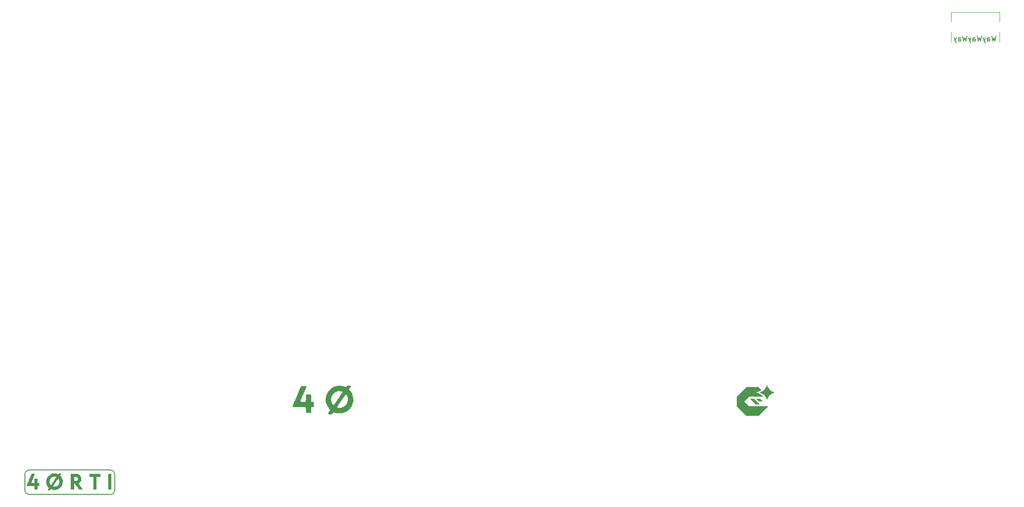
<source format=gbr>
%TF.GenerationSoftware,KiCad,Pcbnew,(7.0.0)*%
%TF.CreationDate,2024-04-06T15:01:54+02:00*%
%TF.ProjectId,forti GND,666f7274-6920-4474-9e44-2e6b69636164,rev?*%
%TF.SameCoordinates,Original*%
%TF.FileFunction,Legend,Top*%
%TF.FilePolarity,Positive*%
%FSLAX46Y46*%
G04 Gerber Fmt 4.6, Leading zero omitted, Abs format (unit mm)*
G04 Created by KiCad (PCBNEW (7.0.0)) date 2024-04-06 15:01:54*
%MOMM*%
%LPD*%
G01*
G04 APERTURE LIST*
%ADD10C,0.150000*%
%ADD11C,0.120000*%
G04 APERTURE END LIST*
D10*
X49906250Y-115093750D02*
X49906250Y-111918750D01*
X50700000Y-111125050D02*
G75*
G03*
X49906250Y-111918750I0J-793750D01*
G01*
X66575000Y-115887450D02*
G75*
G03*
X67368750Y-115093750I0J793750D01*
G01*
X49906200Y-115093750D02*
G75*
G03*
X50700000Y-115887500I793800J50D01*
G01*
X67368750Y-111918750D02*
X67368750Y-115093750D01*
X50700000Y-111125000D02*
X66575000Y-111125000D01*
X67368800Y-111918750D02*
G75*
G03*
X66575000Y-111125000I-793800J-50D01*
G01*
X66575000Y-115887500D02*
X50700000Y-115887500D01*
X238295059Y-26882592D02*
X238056964Y-27882592D01*
X238056964Y-27882592D02*
X237866488Y-27168307D01*
X237866488Y-27168307D02*
X237676012Y-27882592D01*
X237676012Y-27882592D02*
X237437917Y-26882592D01*
X236628393Y-27882592D02*
X236628393Y-27358783D01*
X236628393Y-27358783D02*
X236676012Y-27263545D01*
X236676012Y-27263545D02*
X236771250Y-27215926D01*
X236771250Y-27215926D02*
X236961726Y-27215926D01*
X236961726Y-27215926D02*
X237056964Y-27263545D01*
X236628393Y-27834973D02*
X236723631Y-27882592D01*
X236723631Y-27882592D02*
X236961726Y-27882592D01*
X236961726Y-27882592D02*
X237056964Y-27834973D01*
X237056964Y-27834973D02*
X237104583Y-27739735D01*
X237104583Y-27739735D02*
X237104583Y-27644497D01*
X237104583Y-27644497D02*
X237056964Y-27549259D01*
X237056964Y-27549259D02*
X236961726Y-27501640D01*
X236961726Y-27501640D02*
X236723631Y-27501640D01*
X236723631Y-27501640D02*
X236628393Y-27454021D01*
X236247440Y-27215926D02*
X236009345Y-27882592D01*
X235771250Y-27215926D02*
X236009345Y-27882592D01*
X236009345Y-27882592D02*
X236104583Y-28120688D01*
X236104583Y-28120688D02*
X236152202Y-28168307D01*
X236152202Y-28168307D02*
X236247440Y-28215926D01*
X235485535Y-26882592D02*
X235247440Y-27882592D01*
X235247440Y-27882592D02*
X235056964Y-27168307D01*
X235056964Y-27168307D02*
X234866488Y-27882592D01*
X234866488Y-27882592D02*
X234628393Y-26882592D01*
X233818869Y-27882592D02*
X233818869Y-27358783D01*
X233818869Y-27358783D02*
X233866488Y-27263545D01*
X233866488Y-27263545D02*
X233961726Y-27215926D01*
X233961726Y-27215926D02*
X234152202Y-27215926D01*
X234152202Y-27215926D02*
X234247440Y-27263545D01*
X233818869Y-27834973D02*
X233914107Y-27882592D01*
X233914107Y-27882592D02*
X234152202Y-27882592D01*
X234152202Y-27882592D02*
X234247440Y-27834973D01*
X234247440Y-27834973D02*
X234295059Y-27739735D01*
X234295059Y-27739735D02*
X234295059Y-27644497D01*
X234295059Y-27644497D02*
X234247440Y-27549259D01*
X234247440Y-27549259D02*
X234152202Y-27501640D01*
X234152202Y-27501640D02*
X233914107Y-27501640D01*
X233914107Y-27501640D02*
X233818869Y-27454021D01*
X233437916Y-27215926D02*
X233199821Y-27882592D01*
X232961726Y-27215926D02*
X233199821Y-27882592D01*
X233199821Y-27882592D02*
X233295059Y-28120688D01*
X233295059Y-28120688D02*
X233342678Y-28168307D01*
X233342678Y-28168307D02*
X233437916Y-28215926D01*
X232676011Y-26882592D02*
X232437916Y-27882592D01*
X232437916Y-27882592D02*
X232247440Y-27168307D01*
X232247440Y-27168307D02*
X232056964Y-27882592D01*
X232056964Y-27882592D02*
X231818869Y-26882592D01*
X231009345Y-27882592D02*
X231009345Y-27358783D01*
X231009345Y-27358783D02*
X231056964Y-27263545D01*
X231056964Y-27263545D02*
X231152202Y-27215926D01*
X231152202Y-27215926D02*
X231342678Y-27215926D01*
X231342678Y-27215926D02*
X231437916Y-27263545D01*
X231009345Y-27834973D02*
X231104583Y-27882592D01*
X231104583Y-27882592D02*
X231342678Y-27882592D01*
X231342678Y-27882592D02*
X231437916Y-27834973D01*
X231437916Y-27834973D02*
X231485535Y-27739735D01*
X231485535Y-27739735D02*
X231485535Y-27644497D01*
X231485535Y-27644497D02*
X231437916Y-27549259D01*
X231437916Y-27549259D02*
X231342678Y-27501640D01*
X231342678Y-27501640D02*
X231104583Y-27501640D01*
X231104583Y-27501640D02*
X231009345Y-27454021D01*
X230628392Y-27215926D02*
X230390297Y-27882592D01*
X230152202Y-27215926D02*
X230390297Y-27882592D01*
X230390297Y-27882592D02*
X230485535Y-28120688D01*
X230485535Y-28120688D02*
X230533154Y-28168307D01*
X230533154Y-28168307D02*
X230628392Y-28215926D01*
D11*
%TO.C,J1*%
X238969115Y-28093750D02*
X238969115Y-26093750D01*
X238969115Y-24193750D02*
X238969115Y-22293750D01*
X238969115Y-22293750D02*
X229569115Y-22293750D01*
X229569115Y-28093750D02*
X229569115Y-26093750D01*
X229569115Y-24193750D02*
X229569115Y-22293750D01*
%TO.C,G\u002A\u002A\u002A*%
G36*
X104187845Y-94846614D02*
G01*
X104328315Y-94853130D01*
X104422225Y-94867202D01*
X104478670Y-94891459D01*
X104506749Y-94928530D01*
X104515558Y-94981044D01*
X104515816Y-94996461D01*
X104503295Y-95040654D01*
X104467448Y-95137938D01*
X104410851Y-95282010D01*
X104336082Y-95466567D01*
X104245716Y-95685306D01*
X104142329Y-95931924D01*
X104028498Y-96200119D01*
X103929184Y-96431685D01*
X103808202Y-96714466D01*
X103696704Y-96978946D01*
X103597117Y-97219090D01*
X103511869Y-97428865D01*
X103443389Y-97602235D01*
X103394103Y-97733166D01*
X103366440Y-97815623D01*
X103361520Y-97842657D01*
X103377366Y-97861483D01*
X103414204Y-97874456D01*
X103481297Y-97882283D01*
X103587906Y-97885673D01*
X103743295Y-97885333D01*
X103891456Y-97883161D01*
X104402423Y-97874235D01*
X104411211Y-97212567D01*
X104416314Y-96961965D01*
X104424162Y-96762114D01*
X104434509Y-96616904D01*
X104447111Y-96530230D01*
X104455676Y-96507911D01*
X104502018Y-96489786D01*
X104597505Y-96476160D01*
X104727520Y-96467070D01*
X104877449Y-96462554D01*
X105032675Y-96462651D01*
X105178584Y-96467398D01*
X105300560Y-96476833D01*
X105383987Y-96490994D01*
X105412947Y-96505421D01*
X105421633Y-96548875D01*
X105430720Y-96646743D01*
X105439585Y-96788656D01*
X105447602Y-96964239D01*
X105454149Y-97163122D01*
X105455357Y-97210077D01*
X105471556Y-97874235D01*
X105691457Y-97890434D01*
X105839608Y-97909135D01*
X105924669Y-97938693D01*
X105942046Y-97955230D01*
X105953816Y-98005023D01*
X105963498Y-98105296D01*
X105970124Y-98241743D01*
X105972725Y-98400060D01*
X105972732Y-98408801D01*
X105970372Y-98567879D01*
X105963935Y-98705848D01*
X105954391Y-98808400D01*
X105942707Y-98861232D01*
X105942046Y-98862373D01*
X105885134Y-98896696D01*
X105764880Y-98920228D01*
X105691457Y-98927169D01*
X105471556Y-98943368D01*
X105462581Y-99443271D01*
X105456735Y-99642828D01*
X105447400Y-99804648D01*
X105435271Y-99920259D01*
X105421041Y-99981191D01*
X105418117Y-99985937D01*
X105383061Y-100004604D01*
X105308974Y-100017463D01*
X105188197Y-100025193D01*
X105013075Y-100028475D01*
X104936990Y-100028699D01*
X104740894Y-100026822D01*
X104601842Y-100020737D01*
X104512176Y-100009763D01*
X104464241Y-99993220D01*
X104455862Y-99985937D01*
X104441308Y-99936514D01*
X104428720Y-99830780D01*
X104418793Y-99677205D01*
X104412221Y-99484260D01*
X104411398Y-99443271D01*
X104402423Y-98943368D01*
X103173415Y-98934873D01*
X102854895Y-98932418D01*
X102594938Y-98929689D01*
X102387308Y-98926389D01*
X102225772Y-98922217D01*
X102104096Y-98916877D01*
X102016045Y-98910068D01*
X101955386Y-98901492D01*
X101915884Y-98890851D01*
X101891305Y-98877845D01*
X101885596Y-98873155D01*
X101839775Y-98816611D01*
X101826785Y-98779720D01*
X101839197Y-98738199D01*
X101873641Y-98647775D01*
X101925931Y-98518802D01*
X101991883Y-98361631D01*
X102057261Y-98209677D01*
X102120390Y-98064369D01*
X102205123Y-97869053D01*
X102307357Y-97633202D01*
X102422991Y-97366286D01*
X102547920Y-97077778D01*
X102678042Y-96777149D01*
X102809255Y-96473870D01*
X102869172Y-96335332D01*
X102990469Y-96055639D01*
X103105275Y-95792434D01*
X103210765Y-95552084D01*
X103304117Y-95340953D01*
X103382506Y-95165407D01*
X103443108Y-95031812D01*
X103483100Y-94946532D01*
X103497989Y-94917921D01*
X103520111Y-94888829D01*
X103549564Y-94868718D01*
X103597545Y-94855936D01*
X103675250Y-94848829D01*
X103793876Y-94845745D01*
X103964617Y-94845031D01*
X103991716Y-94845026D01*
X104187845Y-94846614D01*
G37*
G36*
X108267886Y-97447092D02*
G01*
X109310714Y-97447092D01*
X109324252Y-97626423D01*
X109360496Y-97824206D01*
X109412888Y-98010764D01*
X109462022Y-98131982D01*
X109532476Y-98260081D01*
X109609213Y-98377295D01*
X109682460Y-98470691D01*
X109742446Y-98527336D01*
X109769059Y-98538331D01*
X109800809Y-98511649D01*
X109866689Y-98432971D01*
X109965161Y-98304396D01*
X110094688Y-98128021D01*
X110253732Y-97905945D01*
X110440754Y-97640268D01*
X110654216Y-97333089D01*
X110687922Y-97284285D01*
X110863327Y-97029736D01*
X111027495Y-96790749D01*
X111176734Y-96572754D01*
X111307347Y-96381184D01*
X111415640Y-96221470D01*
X111497920Y-96099044D01*
X111550490Y-96019336D01*
X111569527Y-95988190D01*
X111556216Y-95944893D01*
X111489564Y-95905562D01*
X111380983Y-95871853D01*
X111241888Y-95845422D01*
X111083692Y-95827926D01*
X110917807Y-95821021D01*
X110755648Y-95826362D01*
X110608628Y-95845605D01*
X110599522Y-95847449D01*
X110311497Y-95939194D01*
X110047734Y-96085378D01*
X109814533Y-96278183D01*
X109618190Y-96509792D01*
X109465005Y-96772388D01*
X109361275Y-97058153D01*
X109313299Y-97359270D01*
X109310714Y-97447092D01*
X108267886Y-97447092D01*
X108264577Y-97341173D01*
X108310964Y-96948895D01*
X108416082Y-96563239D01*
X108580001Y-96190010D01*
X108802786Y-95835013D01*
X108871499Y-95744982D01*
X109078139Y-95523784D01*
X109332448Y-95313634D01*
X109617302Y-95125390D01*
X109915574Y-94969908D01*
X110210138Y-94858047D01*
X110315051Y-94829818D01*
X110722460Y-94766616D01*
X111135673Y-94765376D01*
X111544377Y-94825377D01*
X111929726Y-94942565D01*
X112048819Y-94987408D01*
X112145855Y-95021214D01*
X112204187Y-95038268D01*
X112211446Y-95039265D01*
X112248994Y-95014071D01*
X112296256Y-94952328D01*
X112301675Y-94943399D01*
X112356182Y-94857271D01*
X112407992Y-94801007D01*
X112472370Y-94768275D01*
X112564584Y-94752742D01*
X112699898Y-94748075D01*
X112773130Y-94747832D01*
X112959404Y-94754167D01*
X113085416Y-94776941D01*
X113154025Y-94821805D01*
X113168088Y-94894414D01*
X113130465Y-95000420D01*
X113044013Y-95145474D01*
X113004081Y-95204581D01*
X112931088Y-95315500D01*
X112875175Y-95409910D01*
X112845008Y-95472772D01*
X112842092Y-95485683D01*
X112862299Y-95533059D01*
X112914746Y-95609308D01*
X112973405Y-95680819D01*
X113215691Y-96003043D01*
X113407077Y-96357621D01*
X113544374Y-96735279D01*
X113624389Y-97126739D01*
X113643930Y-97522725D01*
X113639341Y-97616333D01*
X113581099Y-98023580D01*
X113467058Y-98405025D01*
X113302189Y-98757350D01*
X113091464Y-99077235D01*
X112839854Y-99361359D01*
X112552330Y-99606404D01*
X112233865Y-99809050D01*
X111889429Y-99965977D01*
X111523995Y-100073866D01*
X111142533Y-100129396D01*
X110750015Y-100129249D01*
X110351413Y-100070105D01*
X110078322Y-99994126D01*
X109952565Y-99952688D01*
X109852065Y-99920403D01*
X109791148Y-99901831D01*
X109779848Y-99899108D01*
X109756597Y-99923833D01*
X109707696Y-99988934D01*
X109643327Y-100080802D01*
X109637452Y-100089434D01*
X109565745Y-100187281D01*
X109500729Y-100262688D01*
X109456190Y-100299705D01*
X109455406Y-100300021D01*
X109399677Y-100309438D01*
X109298336Y-100316526D01*
X109170559Y-100320082D01*
X109132190Y-100320281D01*
X108982027Y-100316584D01*
X108883831Y-100304174D01*
X108825124Y-100281075D01*
X108810860Y-100269370D01*
X108772427Y-100212619D01*
X108766318Y-100143573D01*
X108795351Y-100053071D01*
X108862340Y-99931951D01*
X108959276Y-99786519D01*
X109059827Y-99635055D01*
X109117465Y-99530170D01*
X109132891Y-99470524D01*
X109129365Y-99461214D01*
X109096169Y-99419740D01*
X109032378Y-99342679D01*
X108949408Y-99243774D01*
X108911293Y-99198678D01*
X108736299Y-98958294D01*
X110452942Y-98958294D01*
X110453003Y-98959567D01*
X110492006Y-99006899D01*
X110582524Y-99043550D01*
X110711979Y-99068359D01*
X110867792Y-99080164D01*
X111037385Y-99077805D01*
X111208181Y-99060120D01*
X111316372Y-99039273D01*
X111624868Y-98934704D01*
X111899716Y-98776557D01*
X112136197Y-98569234D01*
X112329590Y-98317135D01*
X112475178Y-98024663D01*
X112510024Y-97925995D01*
X112565801Y-97670013D01*
X112578287Y-97399083D01*
X112549845Y-97128494D01*
X112482834Y-96873539D01*
X112379616Y-96649509D01*
X112294131Y-96527602D01*
X112230781Y-96460577D01*
X112187317Y-96441304D01*
X112157771Y-96454979D01*
X112125545Y-96492957D01*
X112063897Y-96575145D01*
X111979673Y-96692060D01*
X111879722Y-96834220D01*
X111789158Y-96965418D01*
X111677811Y-97127678D01*
X111539172Y-97329137D01*
X111382911Y-97555773D01*
X111218702Y-97793567D01*
X111056214Y-98028500D01*
X110954884Y-98174788D01*
X110821689Y-98369064D01*
X110702066Y-98547627D01*
X110600697Y-98703153D01*
X110522264Y-98828321D01*
X110471452Y-98915809D01*
X110452942Y-98958294D01*
X108736299Y-98958294D01*
X108665020Y-98860380D01*
X108477145Y-98499675D01*
X108347735Y-98122368D01*
X108276857Y-97734266D01*
X108267886Y-97447092D01*
G37*
G36*
X193879050Y-94556148D02*
G01*
X193881943Y-94562542D01*
X193886041Y-94575856D01*
X193891737Y-94597064D01*
X193894512Y-94607822D01*
X193933481Y-94741028D01*
X193981157Y-94870567D01*
X194037382Y-94996129D01*
X194101999Y-95117405D01*
X194174852Y-95234086D01*
X194255784Y-95345863D01*
X194292161Y-95391291D01*
X194336688Y-95442655D01*
X194387435Y-95496632D01*
X194442326Y-95551209D01*
X194499283Y-95604377D01*
X194556229Y-95654122D01*
X194602353Y-95691650D01*
X194701952Y-95764183D01*
X194808206Y-95831275D01*
X194919633Y-95892201D01*
X195034750Y-95946233D01*
X195152078Y-95992644D01*
X195270132Y-96030708D01*
X195322205Y-96044695D01*
X195345165Y-96050516D01*
X195365152Y-96055660D01*
X195380156Y-96059605D01*
X195388169Y-96061828D01*
X195388532Y-96061943D01*
X195386692Y-96063836D01*
X195376993Y-96067542D01*
X195360802Y-96072620D01*
X195339489Y-96078629D01*
X195324402Y-96082604D01*
X195193755Y-96121007D01*
X195067009Y-96167903D01*
X194944498Y-96222981D01*
X194826559Y-96285928D01*
X194713525Y-96356432D01*
X194605732Y-96434180D01*
X194503514Y-96518860D01*
X194407207Y-96610160D01*
X194317144Y-96707768D01*
X194233661Y-96811371D01*
X194157093Y-96920657D01*
X194087775Y-97035314D01*
X194026041Y-97155029D01*
X193972226Y-97279491D01*
X193936989Y-97376585D01*
X193926665Y-97408543D01*
X193915942Y-97443512D01*
X193905875Y-97477938D01*
X193897520Y-97508270D01*
X193895075Y-97517734D01*
X193888687Y-97542941D01*
X193884145Y-97559938D01*
X193880979Y-97569727D01*
X193878717Y-97573312D01*
X193876887Y-97571695D01*
X193875018Y-97565879D01*
X193874094Y-97562370D01*
X193862918Y-97519722D01*
X193853523Y-97484562D01*
X193845412Y-97455155D01*
X193838087Y-97429766D01*
X193831050Y-97406661D01*
X193823803Y-97384105D01*
X193817499Y-97365231D01*
X193769734Y-97238763D01*
X193713542Y-97116336D01*
X193649270Y-96998338D01*
X193577261Y-96885158D01*
X193497860Y-96777184D01*
X193411411Y-96674804D01*
X193318261Y-96578408D01*
X193218752Y-96488384D01*
X193113230Y-96405119D01*
X193002040Y-96329004D01*
X192885526Y-96260425D01*
X192797228Y-96215307D01*
X192714376Y-96178036D01*
X192628039Y-96143770D01*
X192541119Y-96113551D01*
X192456516Y-96088420D01*
X192413627Y-96077525D01*
X192394643Y-96072655D01*
X192380159Y-96068245D01*
X192371944Y-96064878D01*
X192370874Y-96063449D01*
X192376581Y-96061206D01*
X192389694Y-96057221D01*
X192408392Y-96052015D01*
X192430854Y-96046110D01*
X192436203Y-96044748D01*
X192563134Y-96007754D01*
X192687416Y-95961866D01*
X192808523Y-95907448D01*
X192925930Y-95844866D01*
X193039111Y-95774485D01*
X193147539Y-95696671D01*
X193250689Y-95611790D01*
X193348036Y-95520206D01*
X193439053Y-95422285D01*
X193523216Y-95318393D01*
X193565859Y-95259605D01*
X193639561Y-95145823D01*
X193705045Y-95027735D01*
X193762444Y-94905040D01*
X193811891Y-94777435D01*
X193853522Y-94644619D01*
X193875301Y-94560214D01*
X193876967Y-94555697D01*
X193879050Y-94556148D01*
G37*
G36*
X192495392Y-95315275D02*
G01*
X192537531Y-95357468D01*
X192577629Y-95397714D01*
X192615191Y-95435510D01*
X192649722Y-95470354D01*
X192680729Y-95501744D01*
X192707715Y-95529177D01*
X192730186Y-95552151D01*
X192747647Y-95570164D01*
X192759603Y-95582712D01*
X192765560Y-95589293D01*
X192766146Y-95590184D01*
X192761739Y-95593608D01*
X192751203Y-95601607D01*
X192736013Y-95613065D01*
X192717647Y-95626863D01*
X192713378Y-95630064D01*
X192594394Y-95713404D01*
X192469218Y-95789794D01*
X192338460Y-95858914D01*
X192202735Y-95920442D01*
X192062654Y-95974059D01*
X192043472Y-95980664D01*
X192006722Y-95992715D01*
X191965201Y-96005599D01*
X191921425Y-96018592D01*
X191877909Y-96030971D01*
X191837169Y-96042011D01*
X191801720Y-96050988D01*
X191787784Y-96054248D01*
X191772718Y-96057884D01*
X191761492Y-96061025D01*
X191757609Y-96062473D01*
X191760522Y-96064356D01*
X191771206Y-96068029D01*
X191788200Y-96073050D01*
X191810040Y-96078976D01*
X191824114Y-96082593D01*
X191972759Y-96124230D01*
X192115059Y-96172670D01*
X192251582Y-96228200D01*
X192382897Y-96291104D01*
X192509572Y-96361670D01*
X192632174Y-96440183D01*
X192751272Y-96526928D01*
X192825730Y-96586742D01*
X192845367Y-96603742D01*
X192868556Y-96624879D01*
X192894494Y-96649330D01*
X192922382Y-96676271D01*
X192951417Y-96704878D01*
X192980798Y-96734329D01*
X193009723Y-96763800D01*
X193037392Y-96792468D01*
X193063002Y-96819510D01*
X193085752Y-96844102D01*
X193104841Y-96865420D01*
X193119467Y-96882643D01*
X193128830Y-96894945D01*
X193132126Y-96901503D01*
X193127438Y-96901746D01*
X193113622Y-96901983D01*
X193091049Y-96902214D01*
X193060093Y-96902439D01*
X193021125Y-96902655D01*
X192974519Y-96902864D01*
X192920646Y-96903063D01*
X192859878Y-96903252D01*
X192792589Y-96903430D01*
X192719150Y-96903597D01*
X192639933Y-96903751D01*
X192555312Y-96903892D01*
X192465658Y-96904019D01*
X192371344Y-96904131D01*
X192272742Y-96904228D01*
X192170224Y-96904308D01*
X192064163Y-96904371D01*
X191954931Y-96904416D01*
X191842901Y-96904443D01*
X191746209Y-96904450D01*
X190360292Y-96904450D01*
X189894778Y-97369982D01*
X189429265Y-97835514D01*
X189894778Y-98301046D01*
X190360292Y-98766578D01*
X192222425Y-98766578D01*
X194084558Y-98766578D01*
X193153503Y-99697642D01*
X192222448Y-100628706D01*
X191056233Y-100628706D01*
X189890019Y-100628706D01*
X188960147Y-99698825D01*
X188030275Y-98768944D01*
X188030275Y-97835505D01*
X188030275Y-96902065D01*
X188960156Y-95972193D01*
X189890037Y-95042321D01*
X191056253Y-95042321D01*
X192222470Y-95042321D01*
X192495392Y-95315275D01*
G37*
G36*
X191886361Y-97831959D02*
G01*
X191945943Y-97891565D01*
X192003676Y-97949363D01*
X192059203Y-98004996D01*
X192112169Y-98058104D01*
X192162219Y-98108331D01*
X192208995Y-98155318D01*
X192252144Y-98198706D01*
X192291308Y-98238138D01*
X192326132Y-98273256D01*
X192356261Y-98303702D01*
X192381338Y-98329117D01*
X192401009Y-98349144D01*
X192414917Y-98363423D01*
X192422706Y-98371598D01*
X192424328Y-98373496D01*
X192419698Y-98374061D01*
X192406294Y-98374598D01*
X192384842Y-98375100D01*
X192356066Y-98375561D01*
X192320693Y-98375973D01*
X192279450Y-98376328D01*
X192233061Y-98376621D01*
X192182254Y-98376843D01*
X192127753Y-98376989D01*
X192070285Y-98377050D01*
X192059732Y-98377051D01*
X191695137Y-98377051D01*
X191153615Y-97835514D01*
X190612093Y-97293977D01*
X190980244Y-97293977D01*
X191348394Y-97293977D01*
X191886361Y-97831959D01*
G37*
G36*
X192820980Y-97564745D02*
G01*
X193091717Y-97835514D01*
X192723567Y-97835514D01*
X192355417Y-97835514D01*
X192084679Y-97564745D01*
X191813942Y-97293977D01*
X192182092Y-97293977D01*
X192550243Y-97293977D01*
X192820980Y-97564745D01*
G37*
G36*
X66485038Y-111834006D02*
G01*
X66555252Y-111835684D01*
X66602986Y-111839374D01*
X66634241Y-111845807D01*
X66655017Y-111855713D01*
X66669612Y-111868096D01*
X66675667Y-111874787D01*
X66680969Y-111883426D01*
X66685567Y-111896213D01*
X66689512Y-111915348D01*
X66692853Y-111943030D01*
X66695641Y-111981459D01*
X66697926Y-112032834D01*
X66699757Y-112099355D01*
X66701185Y-112183221D01*
X66702260Y-112286632D01*
X66703032Y-112411787D01*
X66703551Y-112560885D01*
X66703867Y-112736127D01*
X66704030Y-112939712D01*
X66704091Y-113173838D01*
X66704099Y-113382871D01*
X66704073Y-113643175D01*
X66703964Y-113871177D01*
X66703726Y-114069062D01*
X66703314Y-114239017D01*
X66702682Y-114383226D01*
X66701784Y-114503875D01*
X66700575Y-114603149D01*
X66699009Y-114683235D01*
X66697040Y-114746317D01*
X66694623Y-114794581D01*
X66691712Y-114830213D01*
X66688261Y-114855398D01*
X66684225Y-114872321D01*
X66679558Y-114883169D01*
X66674214Y-114890126D01*
X66672565Y-114891697D01*
X66641350Y-114904355D01*
X66584261Y-114913824D01*
X66508889Y-114920104D01*
X66422821Y-114923193D01*
X66333647Y-114923093D01*
X66248955Y-114919802D01*
X66176335Y-114913319D01*
X66123376Y-114903646D01*
X66098370Y-114891724D01*
X66094075Y-114881650D01*
X66090272Y-114861056D01*
X66086922Y-114827927D01*
X66083988Y-114780246D01*
X66081432Y-114716000D01*
X66079216Y-114633173D01*
X66077301Y-114529750D01*
X66075650Y-114403716D01*
X66074224Y-114253055D01*
X66072986Y-114075752D01*
X66071897Y-113869792D01*
X66070920Y-113633160D01*
X66070110Y-113394205D01*
X66069310Y-113135404D01*
X66068665Y-112908865D01*
X66068222Y-112712365D01*
X66068026Y-112543678D01*
X66068123Y-112400579D01*
X66068560Y-112280845D01*
X66069383Y-112182250D01*
X66070637Y-112102570D01*
X66072370Y-112039581D01*
X66074628Y-111991057D01*
X66077455Y-111954774D01*
X66080900Y-111928507D01*
X66085007Y-111910033D01*
X66089823Y-111897125D01*
X66095394Y-111887560D01*
X66101538Y-111879403D01*
X66116472Y-111861534D01*
X66132423Y-111849048D01*
X66155391Y-111840981D01*
X66191380Y-111836367D01*
X66246389Y-111834242D01*
X66326421Y-111833640D01*
X66386342Y-111833609D01*
X66485038Y-111834006D01*
G37*
G36*
X63726783Y-111833697D02*
G01*
X63907719Y-111834007D01*
X64059473Y-111834609D01*
X64184696Y-111835571D01*
X64286039Y-111836963D01*
X64366156Y-111838853D01*
X64427699Y-111841310D01*
X64473318Y-111844405D01*
X64505667Y-111848205D01*
X64527398Y-111852779D01*
X64541162Y-111858198D01*
X64544797Y-111860452D01*
X64559609Y-111872503D01*
X64570017Y-111888278D01*
X64576794Y-111913504D01*
X64580717Y-111953909D01*
X64582561Y-112015220D01*
X64583098Y-112103164D01*
X64583122Y-112143742D01*
X64582506Y-112247256D01*
X64580317Y-112321658D01*
X64576042Y-112372305D01*
X64569171Y-112404555D01*
X64559190Y-112423767D01*
X64556024Y-112427285D01*
X64541525Y-112436917D01*
X64516920Y-112444029D01*
X64477523Y-112448977D01*
X64418647Y-112452113D01*
X64335605Y-112453792D01*
X64223710Y-112454369D01*
X64197355Y-112454383D01*
X64067312Y-112455192D01*
X63969324Y-112457715D01*
X63900991Y-112462092D01*
X63859917Y-112468464D01*
X63845090Y-112475075D01*
X63840825Y-112487758D01*
X63837131Y-112517902D01*
X63833978Y-112567332D01*
X63831333Y-112637875D01*
X63829166Y-112731357D01*
X63827446Y-112849604D01*
X63826142Y-112994442D01*
X63825222Y-113167698D01*
X63824656Y-113371196D01*
X63824413Y-113606764D01*
X63824398Y-113690151D01*
X63824374Y-113922022D01*
X63824256Y-114121832D01*
X63823978Y-114292009D01*
X63823473Y-114434980D01*
X63822675Y-114553171D01*
X63821516Y-114649009D01*
X63819930Y-114724922D01*
X63817850Y-114783337D01*
X63815210Y-114826680D01*
X63811942Y-114857379D01*
X63807979Y-114877860D01*
X63803255Y-114890551D01*
X63797704Y-114897879D01*
X63791258Y-114902270D01*
X63791044Y-114902384D01*
X63762025Y-114908905D01*
X63705481Y-114914325D01*
X63628367Y-114918208D01*
X63537640Y-114920114D01*
X63507754Y-114920235D01*
X63405579Y-114919590D01*
X63332445Y-114917302D01*
X63282923Y-114912839D01*
X63251585Y-114905671D01*
X63233002Y-114895266D01*
X63230721Y-114893137D01*
X63225393Y-114884970D01*
X63220803Y-114870296D01*
X63216896Y-114846715D01*
X63213619Y-114811827D01*
X63210919Y-114763230D01*
X63208742Y-114698525D01*
X63207033Y-114615311D01*
X63205741Y-114511188D01*
X63204809Y-114383755D01*
X63204187Y-114230611D01*
X63203818Y-114049355D01*
X63203651Y-113837589D01*
X63203624Y-113680904D01*
X63203477Y-113435555D01*
X63203014Y-113222860D01*
X63202205Y-113040988D01*
X63201018Y-112888104D01*
X63199421Y-112762378D01*
X63197383Y-112661977D01*
X63194872Y-112585069D01*
X63191858Y-112529821D01*
X63188308Y-112494402D01*
X63184191Y-112476979D01*
X63182932Y-112475075D01*
X63161893Y-112467010D01*
X63115509Y-112461052D01*
X63041383Y-112457061D01*
X62937116Y-112454895D01*
X62830667Y-112454383D01*
X62712415Y-112453985D01*
X62623956Y-112452555D01*
X62560605Y-112449740D01*
X62517674Y-112445185D01*
X62490475Y-112438536D01*
X62474323Y-112429438D01*
X62471998Y-112427285D01*
X62461125Y-112410584D01*
X62453495Y-112382236D01*
X62448595Y-112336884D01*
X62445913Y-112269169D01*
X62444938Y-112173734D01*
X62444900Y-112143742D01*
X62445151Y-112044453D01*
X62446419Y-111973924D01*
X62449479Y-111926427D01*
X62455107Y-111896234D01*
X62464077Y-111877619D01*
X62477163Y-111864854D01*
X62483225Y-111860452D01*
X62494694Y-111854701D01*
X62513139Y-111849819D01*
X62541212Y-111845738D01*
X62581565Y-111842388D01*
X62636851Y-111839700D01*
X62709721Y-111837607D01*
X62802827Y-111836037D01*
X62918821Y-111834922D01*
X63060356Y-111834194D01*
X63230084Y-111833783D01*
X63430656Y-111833620D01*
X63514011Y-111833609D01*
X63726783Y-111833697D01*
G37*
G36*
X58823753Y-113031927D02*
G01*
X59464530Y-113031927D01*
X59465192Y-113113449D01*
X59466610Y-113172960D01*
X59468729Y-113205004D01*
X59469456Y-113208350D01*
X59489541Y-113217876D01*
X59536474Y-113224820D01*
X59602710Y-113229133D01*
X59680704Y-113230772D01*
X59762910Y-113229688D01*
X59841782Y-113225837D01*
X59909775Y-113219171D01*
X59953160Y-113211313D01*
X60011645Y-113188150D01*
X60074252Y-113150973D01*
X60101088Y-113130368D01*
X60176648Y-113045627D01*
X60222272Y-112950317D01*
X60238629Y-112849768D01*
X60226385Y-112749310D01*
X60186209Y-112654273D01*
X60118769Y-112569988D01*
X60024733Y-112501786D01*
X60022158Y-112500393D01*
X59990568Y-112485342D01*
X59956870Y-112474964D01*
X59913984Y-112468410D01*
X59854835Y-112464830D01*
X59772343Y-112463376D01*
X59711771Y-112463173D01*
X59470359Y-112463005D01*
X59465686Y-112824677D01*
X59464677Y-112933851D01*
X59464530Y-113031927D01*
X58823753Y-113031927D01*
X58823794Y-112887476D01*
X58823966Y-112690881D01*
X58824298Y-112522146D01*
X58824843Y-112379062D01*
X58825654Y-112259421D01*
X58826782Y-112161013D01*
X58828281Y-112081630D01*
X58830203Y-112019063D01*
X58832601Y-111971102D01*
X58835528Y-111935539D01*
X58839036Y-111910165D01*
X58843177Y-111892770D01*
X58848005Y-111881145D01*
X58853572Y-111873083D01*
X58859607Y-111866696D01*
X58870279Y-111856953D01*
X58883145Y-111849209D01*
X58901884Y-111843291D01*
X58930173Y-111839021D01*
X58971692Y-111836227D01*
X59030118Y-111834732D01*
X59109130Y-111834361D01*
X59212407Y-111834940D01*
X59343627Y-111836294D01*
X59467448Y-111837771D01*
X59628640Y-111839955D01*
X59759346Y-111842331D01*
X59863569Y-111845122D01*
X59945310Y-111848555D01*
X60008573Y-111852855D01*
X60057358Y-111858247D01*
X60095669Y-111864957D01*
X60127506Y-111873210D01*
X60134242Y-111875320D01*
X60310023Y-111947695D01*
X60466315Y-112043504D01*
X60601121Y-112159625D01*
X60712444Y-112292936D01*
X60798286Y-112440317D01*
X60856649Y-112598645D01*
X60885536Y-112764799D01*
X60882950Y-112935657D01*
X60868906Y-113023426D01*
X60818552Y-113190592D01*
X60742314Y-113343411D01*
X60643448Y-113477178D01*
X60525210Y-113587185D01*
X60439654Y-113643640D01*
X60389416Y-113673805D01*
X60353930Y-113698572D01*
X60341166Y-113712092D01*
X60350856Y-113728552D01*
X60378464Y-113769885D01*
X60421799Y-113832947D01*
X60478669Y-113914594D01*
X60546882Y-114011681D01*
X60624248Y-114121064D01*
X60708573Y-114239599D01*
X60720528Y-114256352D01*
X60817207Y-114392806D01*
X60902296Y-114514981D01*
X60974221Y-114620511D01*
X61031409Y-114707028D01*
X61072285Y-114772165D01*
X61095276Y-114813555D01*
X61099890Y-114826891D01*
X61097549Y-114858353D01*
X61087686Y-114881884D01*
X61066044Y-114898523D01*
X61028366Y-114909307D01*
X60970394Y-114915274D01*
X60887871Y-114917462D01*
X60776540Y-114916909D01*
X60733090Y-114916307D01*
X60421251Y-114911613D01*
X59979797Y-114256352D01*
X59868579Y-114091838D01*
X59774789Y-113954432D01*
X59697099Y-113842302D01*
X59634178Y-113753616D01*
X59584697Y-113686543D01*
X59547325Y-113639252D01*
X59520733Y-113609910D01*
X59503592Y-113596686D01*
X59500040Y-113595580D01*
X59461737Y-113590070D01*
X59461737Y-114216828D01*
X59461569Y-114383710D01*
X59460976Y-114519495D01*
X59459821Y-114627572D01*
X59457965Y-114711328D01*
X59455274Y-114774152D01*
X59451610Y-114819435D01*
X59446836Y-114850563D01*
X59440816Y-114870926D01*
X59434893Y-114881910D01*
X59423062Y-114896506D01*
X59407605Y-114906834D01*
X59382912Y-114913631D01*
X59343372Y-114917632D01*
X59283373Y-114919574D01*
X59197305Y-114920192D01*
X59142728Y-114920235D01*
X59041517Y-114920002D01*
X58969183Y-114918815D01*
X58920112Y-114915936D01*
X58888695Y-114910629D01*
X58869321Y-114902159D01*
X58856377Y-114889790D01*
X58850562Y-114881910D01*
X58845785Y-114872186D01*
X58841602Y-114856099D01*
X58837974Y-114831490D01*
X58834862Y-114796201D01*
X58832229Y-114748073D01*
X58830035Y-114684946D01*
X58828244Y-114604664D01*
X58826815Y-114505066D01*
X58825711Y-114383994D01*
X58824894Y-114239290D01*
X58824324Y-114068794D01*
X58823964Y-113870348D01*
X58823775Y-113641794D01*
X58823719Y-113380972D01*
X58823719Y-113373085D01*
X58823729Y-113114141D01*
X58823753Y-113031927D01*
G37*
G36*
X51495650Y-111829078D02*
G01*
X51533796Y-111829710D01*
X51648634Y-111832947D01*
X51733325Y-111838721D01*
X51792186Y-111848251D01*
X51829532Y-111862757D01*
X51849679Y-111883458D01*
X51856943Y-111911573D01*
X51857256Y-111921089D01*
X51850576Y-111942406D01*
X51831395Y-111992245D01*
X51801002Y-112067517D01*
X51760684Y-112165133D01*
X51711731Y-112282005D01*
X51655431Y-112415043D01*
X51593071Y-112561159D01*
X51525941Y-112717265D01*
X51503359Y-112769525D01*
X51423681Y-112954728D01*
X51353053Y-113120993D01*
X51292228Y-113266458D01*
X51241964Y-113389256D01*
X51203014Y-113487526D01*
X51176135Y-113559402D01*
X51162083Y-113603021D01*
X51160329Y-113615879D01*
X51168144Y-113626425D01*
X51185512Y-113634020D01*
X51217334Y-113639131D01*
X51268512Y-113642221D01*
X51343948Y-113643754D01*
X51448544Y-113644197D01*
X51459047Y-113644199D01*
X51581311Y-113643176D01*
X51671280Y-113640011D01*
X51731088Y-113634561D01*
X51762869Y-113626683D01*
X51767589Y-113623507D01*
X51775057Y-113604078D01*
X51780726Y-113560944D01*
X51784726Y-113491600D01*
X51787182Y-113393545D01*
X51788225Y-113264275D01*
X51788281Y-113219257D01*
X51787881Y-113085095D01*
X51788556Y-112981460D01*
X51793122Y-112904437D01*
X51804391Y-112850110D01*
X51825178Y-112814562D01*
X51858297Y-112793879D01*
X51906563Y-112784143D01*
X51972790Y-112781440D01*
X52059791Y-112781853D01*
X52102505Y-112782013D01*
X52194888Y-112781529D01*
X52266653Y-112782637D01*
X52320390Y-112789183D01*
X52358687Y-112805011D01*
X52384134Y-112833965D01*
X52399321Y-112879888D01*
X52406837Y-112946626D01*
X52409271Y-113038023D01*
X52409212Y-113157922D01*
X52409055Y-113237127D01*
X52408881Y-113366023D01*
X52409384Y-113464511D01*
X52412102Y-113536658D01*
X52418574Y-113586533D01*
X52430338Y-113618203D01*
X52448932Y-113635737D01*
X52475895Y-113643202D01*
X52512765Y-113644668D01*
X52561081Y-113644201D01*
X52562986Y-113644199D01*
X52618368Y-113645612D01*
X52658862Y-113652958D01*
X52686794Y-113670896D01*
X52704491Y-113704087D01*
X52714279Y-113757191D01*
X52718485Y-113834868D01*
X52719436Y-113941778D01*
X52719442Y-113957583D01*
X52718911Y-114066360D01*
X52715421Y-114145523D01*
X52706127Y-114199946D01*
X52688184Y-114234502D01*
X52658747Y-114254065D01*
X52614972Y-114263507D01*
X52554013Y-114267703D01*
X52537995Y-114268407D01*
X52417677Y-114273595D01*
X52412934Y-114565859D01*
X52410608Y-114677075D01*
X52407431Y-114758877D01*
X52402887Y-114816332D01*
X52396461Y-114854513D01*
X52387638Y-114878489D01*
X52380085Y-114889178D01*
X52365309Y-114901404D01*
X52342996Y-114909974D01*
X52307452Y-114915515D01*
X52252981Y-114918651D01*
X52173887Y-114920008D01*
X52097227Y-114920235D01*
X51994061Y-114919612D01*
X51919988Y-114917397D01*
X51869634Y-114913075D01*
X51837621Y-114906128D01*
X51818574Y-114896040D01*
X51815378Y-114893137D01*
X51804830Y-114877032D01*
X51797326Y-114849713D01*
X51792398Y-114805992D01*
X51789579Y-114740684D01*
X51788401Y-114648603D01*
X51788281Y-114592783D01*
X51787644Y-114497462D01*
X51785886Y-114413055D01*
X51783236Y-114346157D01*
X51779924Y-114303364D01*
X51777814Y-114292249D01*
X51772312Y-114285551D01*
X51759407Y-114280033D01*
X51736070Y-114275583D01*
X51699274Y-114272090D01*
X51645989Y-114269442D01*
X51573187Y-114267527D01*
X51477838Y-114266235D01*
X51356914Y-114265453D01*
X51207386Y-114265070D01*
X51037566Y-114264973D01*
X50852911Y-114264943D01*
X50699791Y-114264609D01*
X50575254Y-114263602D01*
X50476349Y-114261557D01*
X50400123Y-114258105D01*
X50343624Y-114252881D01*
X50303900Y-114245517D01*
X50277999Y-114235645D01*
X50262968Y-114222900D01*
X50255857Y-114206914D01*
X50253713Y-114187319D01*
X50253590Y-114167498D01*
X50260298Y-114145143D01*
X50279530Y-114094317D01*
X50309952Y-114018128D01*
X50350229Y-113919686D01*
X50399027Y-113802099D01*
X50455009Y-113668476D01*
X50516841Y-113521925D01*
X50583189Y-113365557D01*
X50652717Y-113202478D01*
X50724090Y-113035798D01*
X50795973Y-112868626D01*
X50867032Y-112704071D01*
X50935931Y-112545241D01*
X51001336Y-112395245D01*
X51061911Y-112257192D01*
X51116322Y-112134191D01*
X51163233Y-112029350D01*
X51201311Y-111945778D01*
X51229218Y-111886583D01*
X51245622Y-111854876D01*
X51248393Y-111850853D01*
X51263707Y-111840685D01*
X51290873Y-111833810D01*
X51335108Y-111829842D01*
X51401628Y-111828394D01*
X51495650Y-111829078D01*
G37*
G36*
X54079190Y-113455886D02*
G01*
X54709348Y-113455886D01*
X54727421Y-113578037D01*
X54751967Y-113668724D01*
X54785867Y-113759676D01*
X54825890Y-113845209D01*
X54868802Y-113919639D01*
X54911371Y-113977281D01*
X54950365Y-114012450D01*
X54978941Y-114020333D01*
X54997301Y-114004520D01*
X55034271Y-113960248D01*
X55089568Y-113887904D01*
X55162905Y-113787880D01*
X55254000Y-113660566D01*
X55362567Y-113506351D01*
X55488322Y-113325625D01*
X55529848Y-113265586D01*
X55628657Y-113122277D01*
X55721283Y-112987415D01*
X55805915Y-112863677D01*
X55880737Y-112753739D01*
X55943938Y-112660276D01*
X55993702Y-112585966D01*
X56028219Y-112533484D01*
X56045672Y-112505506D01*
X56047480Y-112501671D01*
X56031417Y-112483143D01*
X55987471Y-112462687D01*
X55922009Y-112442420D01*
X55841397Y-112424461D01*
X55789599Y-112415849D01*
X55626262Y-112408900D01*
X55462847Y-112433384D01*
X55304345Y-112486620D01*
X55155746Y-112565928D01*
X55022039Y-112668626D01*
X54908213Y-112792035D01*
X54819258Y-112933474D01*
X54816774Y-112938480D01*
X54747313Y-113112222D01*
X54711629Y-113283803D01*
X54709348Y-113455886D01*
X54079190Y-113455886D01*
X54078224Y-113292985D01*
X54104323Y-113084075D01*
X54157240Y-112879988D01*
X54236440Y-112683697D01*
X54341390Y-112498177D01*
X54471557Y-112326405D01*
X54626409Y-112171355D01*
X54805411Y-112036002D01*
X54969748Y-111941843D01*
X55131563Y-111870788D01*
X55291394Y-111822117D01*
X55458461Y-111793992D01*
X55641988Y-111784580D01*
X55749881Y-111786581D01*
X55897343Y-111795833D01*
X56021596Y-111812640D01*
X56133524Y-111839374D01*
X56244013Y-111878404D01*
X56317115Y-111910067D01*
X56370092Y-111933395D01*
X56410367Y-111949428D01*
X56427128Y-111954315D01*
X56442892Y-111940944D01*
X56469959Y-111906323D01*
X56494833Y-111869629D01*
X56528819Y-111821741D01*
X56559708Y-111786703D01*
X56575638Y-111774788D01*
X56606306Y-111769674D01*
X56660277Y-111766483D01*
X56728199Y-111765140D01*
X56800718Y-111765571D01*
X56868481Y-111767698D01*
X56922135Y-111771449D01*
X56952327Y-111776747D01*
X56954505Y-111777831D01*
X56976860Y-111802127D01*
X56993910Y-111829298D01*
X57003092Y-111850840D01*
X57004616Y-111872802D01*
X56996023Y-111900634D01*
X56974852Y-111939783D01*
X56938644Y-111995698D01*
X56884938Y-112073828D01*
X56880835Y-112079729D01*
X56787627Y-112213766D01*
X56878823Y-112316808D01*
X57013058Y-112492973D01*
X57122676Y-112688038D01*
X57205769Y-112896448D01*
X57260434Y-113112643D01*
X57284764Y-113331069D01*
X57281987Y-113492629D01*
X57247760Y-113723553D01*
X57181875Y-113943744D01*
X57086218Y-114150478D01*
X56962676Y-114341030D01*
X56813135Y-114512673D01*
X56639484Y-114662683D01*
X56443608Y-114788334D01*
X56353332Y-114834049D01*
X56135973Y-114917311D01*
X55911689Y-114967273D01*
X55682582Y-114983922D01*
X55450757Y-114967241D01*
X55218319Y-114917217D01*
X55010050Y-114843552D01*
X54989196Y-114844385D01*
X54962800Y-114866112D01*
X54926396Y-114912864D01*
X54910939Y-114935204D01*
X54862450Y-115003418D01*
X54821294Y-115048466D01*
X54778133Y-115075127D01*
X54723626Y-115088175D01*
X54648433Y-115092387D01*
X54603009Y-115092672D01*
X54526109Y-115091927D01*
X54475238Y-115088517D01*
X54441951Y-115080682D01*
X54417803Y-115066663D01*
X54399921Y-115050346D01*
X54371151Y-115015416D01*
X54357725Y-114986978D01*
X54357596Y-114985049D01*
X54366940Y-114962923D01*
X54392505Y-114918682D01*
X54430587Y-114858364D01*
X54477484Y-114788005D01*
X54486819Y-114774386D01*
X54616043Y-114586694D01*
X54514641Y-114481094D01*
X54368642Y-114305731D01*
X54356925Y-114286699D01*
X55379303Y-114286699D01*
X55403851Y-114310029D01*
X55455872Y-114327892D01*
X55528733Y-114339911D01*
X55615796Y-114345712D01*
X55710428Y-114344920D01*
X55805993Y-114337160D01*
X55895856Y-114322055D01*
X55916679Y-114317081D01*
X56060785Y-114270131D01*
X56185393Y-114205503D01*
X56303408Y-114116182D01*
X56329752Y-114092536D01*
X56454501Y-113955930D01*
X56550811Y-113803106D01*
X56602150Y-113681971D01*
X56631742Y-113557524D01*
X56644075Y-113416155D01*
X56639154Y-113270797D01*
X56616984Y-113134384D01*
X56601939Y-113081058D01*
X56571054Y-113000133D01*
X56534020Y-112923230D01*
X56495018Y-112857331D01*
X56458227Y-112809421D01*
X56427828Y-112786482D01*
X56425194Y-112785809D01*
X56410513Y-112798538D01*
X56378822Y-112836681D01*
X56332357Y-112897030D01*
X56273351Y-112976380D01*
X56204039Y-113071525D01*
X56126654Y-113179258D01*
X56043432Y-113296372D01*
X55956607Y-113419663D01*
X55868412Y-113545923D01*
X55781082Y-113671945D01*
X55696852Y-113794525D01*
X55617955Y-113910456D01*
X55546626Y-114016530D01*
X55485100Y-114109543D01*
X55435609Y-114186288D01*
X55400390Y-114243558D01*
X55381675Y-114278148D01*
X55379303Y-114286699D01*
X54356925Y-114286699D01*
X54252659Y-114117339D01*
X54166159Y-113918893D01*
X54108608Y-113713369D01*
X54079474Y-113503741D01*
X54079190Y-113455886D01*
G37*
%TD*%
M02*

</source>
